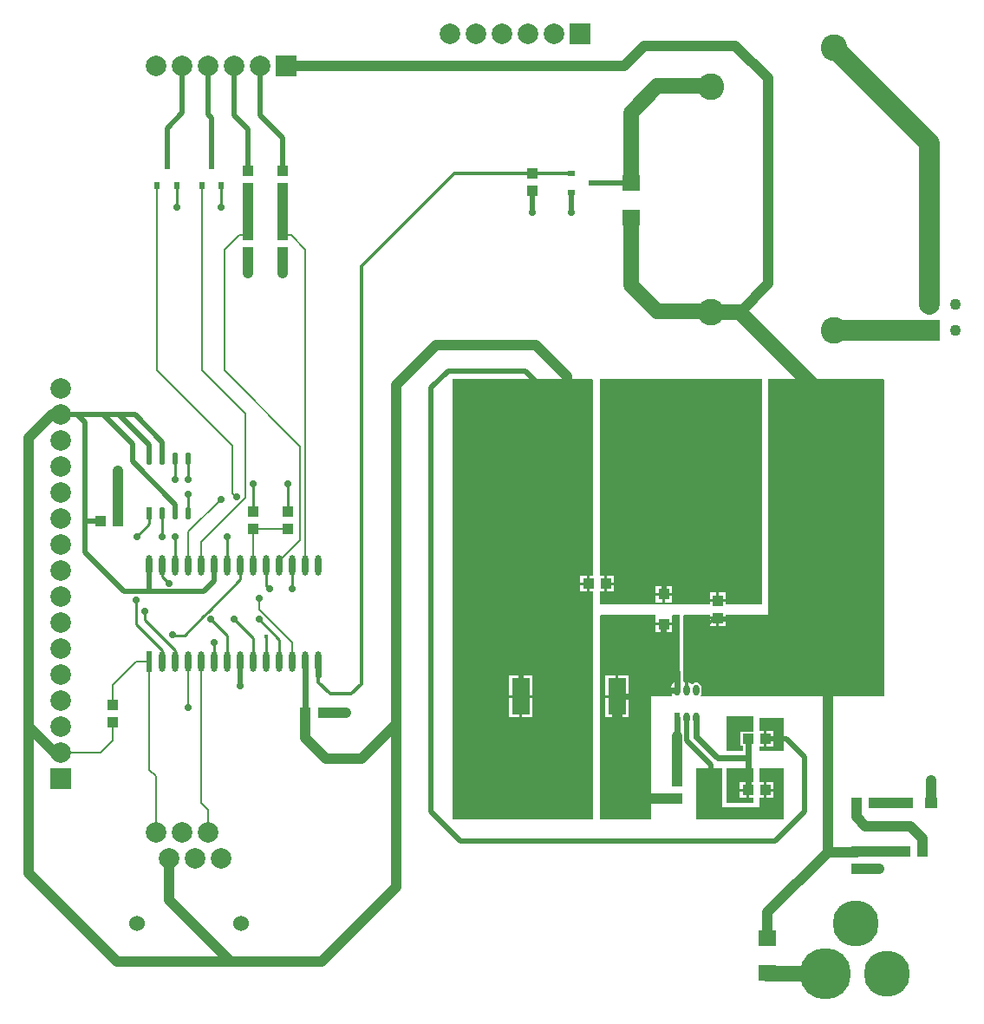
<source format=gtl>
%FSLAX44Y44*%
%MOMM*%
G71*
G01*
G75*
G04 Layer_Physical_Order=1*
G04 Layer_Color=255*
%ADD10R,1.1000X1.0000*%
%ADD11R,1.2500X1.1000*%
%ADD12R,1.0000X1.1000*%
%ADD13R,0.6000X0.7000*%
%ADD14O,0.6000X2.0000*%
%ADD15R,0.6000X2.0000*%
%ADD16R,1.6800X1.5200*%
%ADD17R,0.7000X0.6000*%
%ADD18O,0.5100X1.2700*%
%ADD19R,0.5100X1.2700*%
%ADD20R,1.7800X3.5600*%
%ADD21R,1.1000X1.1000*%
%ADD22R,0.6000X1.1000*%
%ADD23O,0.6000X1.1000*%
%ADD24C,0.5000*%
%ADD25C,0.2540*%
%ADD26C,0.2000*%
%ADD27C,0.3000*%
%ADD28C,0.6000*%
%ADD29C,1.0000*%
%ADD30C,1.5000*%
%ADD31C,2.0000*%
%ADD32C,2.6000*%
%ADD33R,2.0000X2.0000*%
%ADD34C,2.0000*%
%ADD35C,1.1000*%
%ADD36C,1.5240*%
%ADD37R,2.0000X2.0000*%
%ADD38C,4.5000*%
%ADD39C,5.0000*%
%ADD40C,0.4000*%
%ADD41C,0.7000*%
%ADD42C,1.0000*%
G36*
X723321Y265850D02*
X710321D01*
Y251850D01*
X712723D01*
Y246600D01*
X697071D01*
Y280600D01*
X723321D01*
Y265850D01*
D02*
G37*
G36*
X627033Y379850D02*
X627781Y378890D01*
X627781Y378580D01*
Y372120D01*
X643861D01*
Y378580D01*
X644610Y379850D01*
X651321D01*
X651321Y314919D01*
X650051Y314154D01*
X649591Y314246D01*
Y306350D01*
X648321D01*
Y305080D01*
X642673D01*
Y303850D01*
X643103Y301688D01*
X643483Y301120D01*
X642804Y299850D01*
X622821Y299850D01*
X622821Y179850D01*
X572821D01*
Y378952D01*
X573719Y379850D01*
X627033Y379850D01*
D02*
G37*
G36*
X752821Y246850D02*
X729321D01*
Y251310D01*
X733551D01*
Y258850D01*
Y266390D01*
X729321D01*
Y279350D01*
X752821D01*
Y246850D01*
D02*
G37*
G36*
X851183Y608952D02*
X851183Y299850D01*
X672189Y299850D01*
X671510Y301120D01*
X672031Y301899D01*
X672419Y303850D01*
Y308850D01*
X672031Y310801D01*
X670926Y312455D01*
X669272Y313560D01*
X667321Y313948D01*
X665370Y313560D01*
X663717Y312455D01*
X663531Y312177D01*
X662261D01*
X661815Y312844D01*
X659983Y314069D01*
X659091Y314246D01*
Y306350D01*
X656551D01*
Y314246D01*
X656091Y314154D01*
X654821Y314919D01*
X654821Y378952D01*
X655719Y379850D01*
X680781D01*
Y377770D01*
X695861D01*
Y379850D01*
X737571D01*
X737571Y609850D01*
X850285Y609850D01*
X851183Y608952D01*
D02*
G37*
G36*
X731571Y389850D02*
X696759D01*
X695861Y390748D01*
Y392230D01*
X680781D01*
Y389850D01*
X573719Y389850D01*
X572821Y390748D01*
Y402460D01*
X577801D01*
Y410000D01*
Y417540D01*
X573719D01*
X572821Y418438D01*
X572821Y609850D01*
X731571D01*
Y389850D01*
D02*
G37*
G36*
X723321Y216140D02*
X719091D01*
Y208600D01*
Y201060D01*
X723321D01*
Y195850D01*
X697071D01*
Y229600D01*
X723321D01*
Y216140D01*
D02*
G37*
G36*
X752821Y179850D02*
X667321D01*
Y229850D01*
X692821D01*
Y191850D01*
X729321D01*
Y201060D01*
X733551D01*
Y208600D01*
Y216140D01*
X729321D01*
Y229850D01*
X752821D01*
Y179850D01*
D02*
G37*
G36*
X566821Y608952D02*
Y418438D01*
X565923Y417540D01*
X563341D01*
Y410000D01*
Y402460D01*
X566821D01*
X566821Y180748D01*
X565923Y179850D01*
X429163D01*
X429163Y609850D01*
X565923Y609850D01*
X566821Y608952D01*
D02*
G37*
%LPC*%
G36*
X601261Y298580D02*
X591091D01*
Y279510D01*
X601261D01*
Y298580D01*
D02*
G37*
G36*
X507261D02*
X497091D01*
Y279510D01*
X507261D01*
Y298580D01*
D02*
G37*
G36*
X494551Y320190D02*
X484381D01*
Y301120D01*
X494551D01*
Y320190D01*
D02*
G37*
G36*
X507261D02*
X497091D01*
Y301120D01*
X507261D01*
Y320190D01*
D02*
G37*
G36*
X588551Y298580D02*
X578381D01*
Y279510D01*
X588551D01*
Y298580D01*
D02*
G37*
G36*
X494551D02*
X484381D01*
Y279510D01*
X494551D01*
Y298580D01*
D02*
G37*
G36*
X716551Y216140D02*
X709781D01*
Y209870D01*
X716551D01*
Y216140D01*
D02*
G37*
G36*
X742861Y207330D02*
X736091D01*
Y201060D01*
X742861D01*
Y207330D01*
D02*
G37*
G36*
X716551D02*
X709781D01*
Y201060D01*
X716551D01*
Y207330D01*
D02*
G37*
G36*
X742861Y266390D02*
X736091D01*
Y260120D01*
X742861D01*
Y266390D01*
D02*
G37*
G36*
Y257580D02*
X736091D01*
Y251310D01*
X742861D01*
Y257580D01*
D02*
G37*
G36*
X742861Y216140D02*
X736091D01*
Y209870D01*
X742861D01*
Y216140D01*
D02*
G37*
G36*
X634551Y407890D02*
X627781D01*
Y401120D01*
X634551D01*
Y407890D01*
D02*
G37*
G36*
X643861D02*
X637091D01*
Y401120D01*
X643861D01*
Y407890D01*
D02*
G37*
G36*
X687051Y401540D02*
X680781D01*
Y394770D01*
X687051D01*
Y401540D01*
D02*
G37*
G36*
X695861D02*
X689591D01*
Y394770D01*
X695861D01*
Y401540D01*
D02*
G37*
G36*
X560801Y417540D02*
X554031D01*
Y411270D01*
X560801D01*
Y417540D01*
D02*
G37*
G36*
X587111D02*
X580341D01*
Y411270D01*
X587111D01*
Y417540D01*
D02*
G37*
G36*
X560801Y408730D02*
X554031D01*
Y402460D01*
X560801D01*
Y408730D01*
D02*
G37*
G36*
X587111D02*
X580341D01*
Y402460D01*
X587111D01*
Y408730D01*
D02*
G37*
G36*
X643861Y398580D02*
X637091D01*
Y391810D01*
X643861D01*
Y398580D01*
D02*
G37*
G36*
X647051Y314246D02*
X646160Y314069D01*
X644327Y312844D01*
X643103Y311012D01*
X642673Y308850D01*
Y307620D01*
X647051D01*
Y314246D01*
D02*
G37*
G36*
X634551Y369580D02*
X627781D01*
Y362810D01*
X634551D01*
Y369580D01*
D02*
G37*
G36*
X588551Y320190D02*
X578381D01*
Y301120D01*
X588551D01*
Y320190D01*
D02*
G37*
G36*
X601261D02*
X591091D01*
Y301120D01*
X601261D01*
Y320190D01*
D02*
G37*
G36*
X695861Y375230D02*
X689591D01*
Y368460D01*
X695861D01*
Y375230D01*
D02*
G37*
G36*
X634551Y398580D02*
X627781D01*
Y391810D01*
X634551D01*
Y398580D01*
D02*
G37*
G36*
X643861Y369580D02*
X637091D01*
Y362810D01*
X643861D01*
Y369580D01*
D02*
G37*
G36*
X687051Y375230D02*
X680781D01*
Y368460D01*
X687051D01*
Y375230D01*
D02*
G37*
%LPD*%
D10*
X823540Y196000D02*
D03*
X840540D02*
D03*
X871020Y149010D02*
D03*
X888020D02*
D03*
X734821Y258850D02*
D03*
X717821D02*
D03*
X717821Y208600D02*
D03*
X734821D02*
D03*
X285750Y284480D02*
D03*
X302750D02*
D03*
X85250Y471250D02*
D03*
X102250D02*
D03*
X579071Y410000D02*
D03*
X562071D02*
D03*
D11*
X872920Y196000D02*
D03*
X896420D02*
D03*
D12*
X823540Y148630D02*
D03*
Y131630D02*
D03*
X506912Y793622D02*
D03*
Y810622D02*
D03*
X263379Y813548D02*
D03*
Y796548D02*
D03*
X229382Y813548D02*
D03*
Y796548D02*
D03*
X263379Y750570D02*
D03*
Y733570D02*
D03*
X229382Y751058D02*
D03*
Y734058D02*
D03*
X234315Y480550D02*
D03*
Y463550D02*
D03*
X268605D02*
D03*
Y480550D02*
D03*
X97790Y275100D02*
D03*
Y292100D02*
D03*
X648321Y200100D02*
D03*
Y217100D02*
D03*
X688321Y393500D02*
D03*
Y376500D02*
D03*
D13*
X184615Y798532D02*
D03*
X203615D02*
D03*
X194115Y818532D02*
D03*
X140849Y798532D02*
D03*
X159849D02*
D03*
X150349Y818532D02*
D03*
D14*
X298450Y428000D02*
D03*
X285750D02*
D03*
X273050D02*
D03*
X260350D02*
D03*
X247650D02*
D03*
X234950D02*
D03*
X222250D02*
D03*
X209550D02*
D03*
X196850D02*
D03*
X184150D02*
D03*
X171450D02*
D03*
X158750D02*
D03*
X146050D02*
D03*
X133350D02*
D03*
X298450Y334000D02*
D03*
X285750D02*
D03*
X273050D02*
D03*
X260350D02*
D03*
X247650D02*
D03*
X234950D02*
D03*
X222250D02*
D03*
X209550D02*
D03*
X196850D02*
D03*
X184150D02*
D03*
X171450D02*
D03*
X158750D02*
D03*
X146050D02*
D03*
D15*
X133350D02*
D03*
D16*
X603652Y767188D02*
D03*
Y801688D02*
D03*
X737000Y64250D02*
D03*
Y29750D02*
D03*
D17*
X545552Y811188D02*
D03*
Y792188D02*
D03*
X565552Y801688D02*
D03*
D18*
X171450Y531810D02*
D03*
X158750D02*
D03*
X146050D02*
D03*
X133350D02*
D03*
X171450Y479110D02*
D03*
X158750D02*
D03*
X146050D02*
D03*
D19*
X133350D02*
D03*
D20*
X589821Y299850D02*
D03*
X495821D02*
D03*
D21*
X635821Y370850D02*
D03*
Y399850D02*
D03*
D22*
X648321Y279350D02*
D03*
D23*
X657821D02*
D03*
X667321D02*
D03*
X648321Y306350D02*
D03*
X657821D02*
D03*
X667321D02*
D03*
D24*
X222250Y310087D02*
Y334000D01*
X617971Y471000D02*
X635821Y488850D01*
X596671Y471000D02*
X617971D01*
X578321Y489350D02*
X596671Y471000D01*
X186388Y402288D02*
X196850Y412750D01*
X70250Y440500D02*
X108462Y402288D01*
X186388D01*
X70250Y472500D02*
Y567500D01*
Y440500D02*
Y472500D01*
X71500Y471250D01*
X85250D01*
X133350Y403850D02*
Y428000D01*
X682000Y215000D02*
Y233000D01*
X657821Y257179D02*
X682000Y233000D01*
X657821Y257179D02*
Y279350D01*
X773000Y187779D02*
Y241000D01*
X755150Y258850D02*
X773000Y241000D01*
X734821Y258850D02*
X755150D01*
X744221Y159000D02*
X773000Y187779D01*
X436813Y159000D02*
X744221D01*
X408000Y187813D02*
X436813Y159000D01*
X408000Y601347D02*
X424653Y618000D01*
X408000Y187813D02*
Y601347D01*
X541000Y471000D02*
Y577000D01*
X500000Y618000D02*
X541000Y577000D01*
X424653Y618000D02*
X500000D01*
X870640Y148630D02*
X871020Y149010D01*
X506912Y773002D02*
Y793622D01*
X635321Y489350D02*
X662321D01*
X635821Y399850D02*
Y488850D01*
X662321Y489350D02*
X667071Y484600D01*
X726071D01*
X495821Y423850D02*
X561321Y489350D01*
X495821Y299850D02*
Y423850D01*
X194132Y818878D02*
Y865048D01*
X190500Y868680D02*
X194132Y865048D01*
X545552Y773002D02*
Y792188D01*
X146050Y531810D02*
Y548474D01*
X119214Y575310D02*
X146050Y548474D01*
X103690Y575310D02*
X119214D01*
X87690D02*
X103690D01*
X133350Y545650D01*
X87690Y575310D02*
X116500Y546500D01*
X62440Y575310D02*
X87690D01*
X116500Y530000D02*
Y546500D01*
Y530000D02*
X158750Y487750D01*
Y479110D02*
Y487750D01*
X133350Y531810D02*
Y545650D01*
X62440Y575310D02*
X70250Y567500D01*
X46990Y575310D02*
X62440D01*
X165100Y869950D02*
Y915670D01*
X150349Y855199D02*
X165100Y869950D01*
X150349Y818532D02*
Y855199D01*
X190500Y868680D02*
Y915670D01*
X263379Y813548D02*
Y845331D01*
X241300Y867410D02*
X263379Y845331D01*
X241300Y867410D02*
Y915670D01*
X229380Y812800D02*
Y853930D01*
X215900Y867410D02*
X229380Y853930D01*
X215900Y867410D02*
Y915670D01*
X565552Y801688D02*
X603652D01*
X196850Y412750D02*
Y428000D01*
D25*
X247650Y334000D02*
Y358674D01*
X247500Y358824D02*
X247650Y358674D01*
X120650Y370840D02*
Y394000D01*
Y370840D02*
X146050Y345440D01*
X129000Y374956D02*
X158750Y345206D01*
X129000Y374956D02*
Y383000D01*
X158750Y334000D02*
Y345206D01*
X146050Y416718D02*
X152480Y410288D01*
X146050Y416718D02*
Y428000D01*
Y334000D02*
Y345440D01*
X156000Y359880D02*
X167550D01*
X156000Y359760D02*
Y360000D01*
X167550Y359880D02*
X186270Y378600D01*
X190360Y382690D02*
X222250Y414580D01*
X190236Y382690D02*
X190360D01*
X186270Y378724D02*
X190236Y382690D01*
X186270Y378600D02*
Y378724D01*
X133350Y468350D02*
Y479110D01*
X121000Y456000D02*
X133350Y468350D01*
X203615Y777393D02*
Y798532D01*
X159849Y777025D02*
Y798532D01*
X247650Y408100D02*
X250750Y405000D01*
X247650Y408100D02*
Y428000D01*
X234315Y480550D02*
Y505685D01*
X268605Y480550D02*
Y507250D01*
X171450Y479110D02*
Y497536D01*
X209550Y428000D02*
Y455930D01*
X171450Y511810D02*
Y531810D01*
X146050Y455930D02*
Y479110D01*
X215900Y375920D02*
X234950Y356870D01*
Y334000D02*
Y356870D01*
X158750Y428000D02*
Y455930D01*
Y511810D02*
Y531810D01*
X193040Y375920D02*
X209550Y359410D01*
X240665Y375285D02*
X260350Y355600D01*
X196850Y334000D02*
Y352350D01*
X273050Y405130D02*
Y428000D01*
X260350Y334000D02*
Y355600D01*
X222250Y414580D02*
Y428000D01*
X209550Y334000D02*
Y359410D01*
D26*
X184150Y195850D02*
Y334000D01*
Y195850D02*
X190500Y189500D01*
Y167640D02*
Y189500D01*
X171450Y289480D02*
Y327961D01*
X227330Y494030D02*
Y575972D01*
X184615Y618687D02*
X227330Y575972D01*
X184615Y618687D02*
Y798532D01*
X214630Y498475D02*
Y544513D01*
X140849Y618294D02*
X214630Y544513D01*
X140849Y618294D02*
Y798532D01*
X280670Y452230D02*
Y544461D01*
X206444Y618687D02*
X280670Y544461D01*
X206444Y618687D02*
Y736579D01*
X240665Y384810D02*
Y396240D01*
Y384810D02*
X273050Y352425D01*
X285750Y428000D02*
Y736500D01*
X271680Y750570D02*
X285750Y736500D01*
X263379Y750570D02*
X271680D01*
X220923Y751058D02*
X229382D01*
X206444Y736579D02*
X220923Y751058D01*
X62250Y575500D02*
X62440Y575310D01*
X139700Y168910D02*
Y222250D01*
X133350Y228600D02*
X139700Y222250D01*
X133350Y228600D02*
Y334000D01*
X97790Y292100D02*
Y311150D01*
Y257320D02*
Y275100D01*
X46990Y245110D02*
X85580D01*
X97790Y257320D01*
Y311150D02*
X120640Y334000D01*
X214630Y498475D02*
X218226Y494879D01*
X184150Y450850D02*
X227330Y494030D01*
X184150Y428000D02*
Y450850D01*
X260350Y431910D02*
X280670Y452230D01*
X260350Y428000D02*
Y431910D01*
X171450Y461010D02*
X203200Y492760D01*
X171450Y421640D02*
Y428000D01*
Y461010D01*
X273050Y334000D02*
Y352425D01*
X234315Y428635D02*
X234950Y428000D01*
X234315Y428635D02*
Y463550D01*
X268605D01*
X120640Y334000D02*
X133350D01*
D27*
X683321Y374850D02*
X736321D01*
X657821Y349350D02*
X683321Y374850D01*
X298450Y313900D02*
Y320190D01*
Y313900D02*
X309850Y302500D01*
X340000Y312500D02*
Y720000D01*
X330000Y302500D02*
X340000Y312500D01*
X309850Y302500D02*
X330000D01*
X743071Y381600D02*
Y484600D01*
X736321Y374850D02*
X743071Y381600D01*
X657821Y306350D02*
Y349350D01*
X506912Y810622D02*
X545552Y811188D01*
X340000Y720000D02*
X431188Y811188D01*
X506346D01*
D28*
X285750Y284480D02*
Y334000D01*
X298450Y320190D02*
Y334000D01*
X635321Y370350D02*
X635821Y370850D01*
X635321Y337100D02*
Y370350D01*
Y337100D02*
X648321Y324100D01*
Y306350D02*
Y324100D01*
X618821Y306350D02*
X648321D01*
X612321Y299850D02*
X618821Y306350D01*
X589821Y299850D02*
X612321D01*
X667321Y260850D02*
X688321Y239850D01*
X717571D01*
X717821Y208600D02*
Y258850D01*
Y208600D02*
X717821Y208600D01*
X648321Y261350D02*
Y279350D01*
X667321Y260850D02*
Y279350D01*
D29*
X776400Y484600D02*
X793613Y467387D01*
X15240Y127760D02*
X101939Y41061D01*
X710000Y675000D02*
X735000Y650000D01*
X710000Y675000D02*
Y675335D01*
X737500Y702835D01*
Y903709D01*
X705663Y935546D02*
X737500Y903709D01*
X616520Y935546D02*
X705663D01*
X596644Y915670D02*
X616520Y935546D01*
X266700Y915670D02*
X596644D01*
X306000Y239000D02*
X340000D01*
X285750Y259250D02*
X306000Y239000D01*
X285750Y259250D02*
Y284480D01*
X340000Y239000D02*
X374000Y273000D01*
Y114000D02*
Y604000D01*
X301061Y41061D02*
X374000Y114000D01*
Y604000D02*
X413000Y643000D01*
X541000Y549000D02*
Y613000D01*
X511000Y643000D02*
X541000Y613000D01*
X413000Y643000D02*
X511000D01*
X743071Y484600D02*
X776400D01*
X796130Y148130D02*
Y464870D01*
Y148130D02*
X823538D01*
X737000Y89000D02*
X796130Y148130D01*
X737000Y64250D02*
Y89000D01*
X896420Y196000D02*
Y218111D01*
X823540Y131630D02*
X845843D01*
X823540Y148630D02*
X870640D01*
X876100Y173140D02*
X888020Y161220D01*
X832730Y173140D02*
X876100D01*
X823540Y182330D02*
X832730Y173140D01*
X888020Y149010D02*
Y161220D01*
X823540Y182330D02*
Y196000D01*
X840540D02*
X872920D01*
X101939Y41061D02*
X301061D01*
X648321Y217100D02*
Y261350D01*
X589821Y217600D02*
X607321Y200100D01*
X648321D01*
X589821Y217600D02*
Y299850D01*
X263379Y713235D02*
Y733570D01*
X102250Y471250D02*
Y520500D01*
X263379Y733570D02*
Y733673D01*
X229382Y713479D02*
Y734058D01*
X302750Y284480D02*
X325164D01*
X229382Y751058D02*
Y796548D01*
X263379Y750570D02*
Y796548D01*
X15240Y127760D02*
Y270510D01*
X40640Y245110D01*
X15240Y270510D02*
Y552450D01*
X38100Y575310D01*
X46990D01*
X152400Y101600D02*
X212939Y41061D01*
X152400Y101600D02*
Y142240D01*
X799590Y29393D02*
X799660Y29323D01*
X40640Y245110D02*
X46990D01*
D30*
X793613Y467387D02*
Y591387D01*
X735000Y650000D02*
X793613Y591387D01*
X709665Y675335D02*
X735000Y650000D01*
X682000Y675335D02*
X709665D01*
X737000Y29393D02*
X799590D01*
X603652Y801688D02*
Y870234D01*
X629286Y895868D01*
X603652Y701268D02*
Y767188D01*
Y701268D02*
X629052Y675868D01*
X629286Y895868D02*
X681772D01*
X629052Y675868D02*
X681772D01*
D31*
X802000Y933335D02*
X895070Y840265D01*
Y682752D02*
Y840265D01*
X802016Y657352D02*
X895070D01*
D32*
X802000Y657335D02*
D03*
Y933335D02*
D03*
X682000Y895335D02*
D03*
Y675335D02*
D03*
D33*
X895070Y657352D02*
D03*
X46990Y219710D02*
D03*
D34*
X895070Y682752D02*
D03*
X139700Y167640D02*
D03*
X152400Y142240D02*
D03*
X177800D02*
D03*
X165100Y167640D02*
D03*
X190500D02*
D03*
X203200Y142240D02*
D03*
X426500Y946670D02*
D03*
X451900D02*
D03*
X477300D02*
D03*
X502700D02*
D03*
X528100D02*
D03*
X46990Y245110D02*
D03*
Y270510D02*
D03*
Y295910D02*
D03*
Y321310D02*
D03*
Y346710D02*
D03*
Y372110D02*
D03*
Y397510D02*
D03*
Y422910D02*
D03*
Y448310D02*
D03*
Y473710D02*
D03*
Y499110D02*
D03*
Y524510D02*
D03*
Y549910D02*
D03*
Y575310D02*
D03*
Y600710D02*
D03*
X241300Y915670D02*
D03*
X215900D02*
D03*
X190500D02*
D03*
X165100D02*
D03*
X139700D02*
D03*
D35*
X920470Y682752D02*
D03*
Y657352D02*
D03*
D36*
X120700Y78640D02*
D03*
X222300D02*
D03*
D37*
X553500Y946670D02*
D03*
X266700Y915670D02*
D03*
D38*
X853613Y29017D02*
D03*
X823113Y78017D02*
D03*
D39*
X793613Y29017D02*
D03*
D40*
X247500Y358824D02*
D03*
D41*
X171450Y289480D02*
D03*
X102250Y503714D02*
D03*
Y520500D02*
D03*
Y486928D02*
D03*
X152480Y410288D02*
D03*
X845889Y131797D02*
D03*
X896351Y217967D02*
D03*
X156000Y360000D02*
D03*
X129000Y383000D02*
D03*
X120650Y394000D02*
D03*
X121000Y456000D02*
D03*
X229405Y713338D02*
D03*
X263391D02*
D03*
X325330Y284646D02*
D03*
X240665Y396240D02*
D03*
X159684Y777510D02*
D03*
X203517D02*
D03*
X545552Y773002D02*
D03*
X506912D02*
D03*
X222163Y310000D02*
D03*
X250750Y405000D02*
D03*
X234315Y507250D02*
D03*
X268605D02*
D03*
X171450Y497536D02*
D03*
X218226Y494879D02*
D03*
X203200Y492760D02*
D03*
X171450Y511810D02*
D03*
X209550Y455930D02*
D03*
X146050D02*
D03*
X215900Y375920D02*
D03*
X158750Y455930D02*
D03*
Y511810D02*
D03*
X193040Y375920D02*
D03*
X240665Y375285D02*
D03*
X196850Y352350D02*
D03*
X273050Y405130D02*
D03*
D42*
X612500Y591000D02*
D03*
X654000D02*
D03*
X695500D02*
D03*
X682000Y215000D02*
D03*
M02*

</source>
